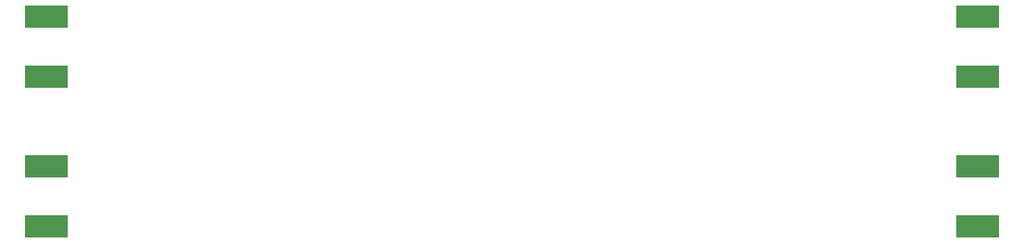
<source format=gbr>
%TF.GenerationSoftware,KiCad,Pcbnew,(5.1.9)-1*%
%TF.CreationDate,2021-03-19T23:07:52+01:00*%
%TF.ProjectId,Sergej_H00,53657267-656a-45f4-9830-302e6b696361,rev?*%
%TF.SameCoordinates,Original*%
%TF.FileFunction,Paste,Bot*%
%TF.FilePolarity,Positive*%
%FSLAX46Y46*%
G04 Gerber Fmt 4.6, Leading zero omitted, Abs format (unit mm)*
G04 Created by KiCad (PCBNEW (5.1.9)-1) date 2021-03-19 23:07:52*
%MOMM*%
%LPD*%
G01*
G04 APERTURE LIST*
%ADD10R,4.000000X2.000000*%
G04 APERTURE END LIST*
D10*
%TO.C,U12*%
X87500000Y-44500000D03*
X87500000Y-50000000D03*
%TD*%
%TO.C,U11*%
X87500000Y-30750000D03*
X87500000Y-36250000D03*
%TD*%
%TO.C,U10*%
X2500000Y-44500000D03*
X2500000Y-50000000D03*
%TD*%
%TO.C,U9*%
X2500000Y-30750000D03*
X2500000Y-36250000D03*
%TD*%
M02*

</source>
